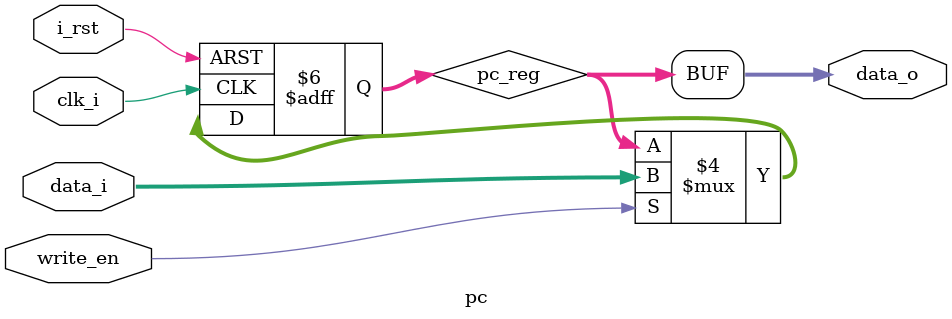
<source format=sv>
module pc(
input logic [0:0] clk_i, i_rst, write_en,
input logic [31:0] data_i,
output logic [31:0] data_o
);

logic [31:0] pc_reg;
always_ff @ (posedge clk_i or negedge i_rst) begin
if(~i_rst) pc_reg <= 32'd0;
else begin
if(write_en) pc_reg <= data_i;
end
end

always_comb begin
data_o = pc_reg;
end
endmodule



</source>
